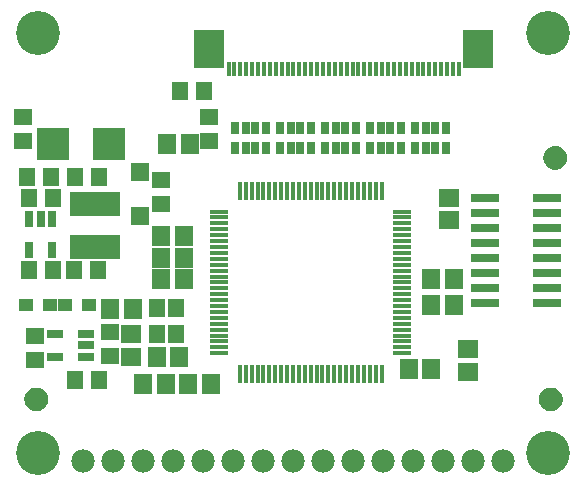
<source format=gbr>
G04 EAGLE Gerber RS-274X export*
G75*
%MOMM*%
%FSLAX34Y34*%
%LPD*%
%INSoldermask Top*%
%IPPOS*%
%AMOC8*
5,1,8,0,0,1.08239X$1,22.5*%
G01*
%ADD10R,0.300000X1.600000*%
%ADD11R,1.600000X0.300000*%
%ADD12R,1.503200X1.703200*%
%ADD13R,1.403200X1.603200*%
%ADD14R,1.703200X1.503200*%
%ADD15R,0.653200X1.103200*%
%ADD16R,2.503200X3.303200*%
%ADD17R,0.300000X1.150000*%
%ADD18R,0.753200X1.403200*%
%ADD19R,1.403200X1.503200*%
%ADD20R,4.203200X2.003200*%
%ADD21R,1.603200X1.603200*%
%ADD22R,1.503200X1.403200*%
%ADD23R,2.743200X2.743200*%
%ADD24R,1.403200X0.753200*%
%ADD25R,2.403200X0.803200*%
%ADD26C,3.719200*%
%ADD27C,1.981200*%
%ADD28R,1.203200X1.003200*%
%ADD29C,1.203200*%
%ADD30C,0.500000*%


D10*
X196460Y247680D03*
X201460Y247680D03*
X206460Y247680D03*
X211460Y247680D03*
X216460Y247680D03*
X221460Y247680D03*
X226460Y247680D03*
X231460Y247680D03*
X236460Y247680D03*
X241460Y247680D03*
X246460Y247680D03*
X251460Y247680D03*
X256460Y247680D03*
X261460Y247680D03*
X266460Y247680D03*
X271460Y247680D03*
X276460Y247680D03*
X281460Y247680D03*
X286460Y247680D03*
X291460Y247680D03*
X296460Y247680D03*
X301460Y247680D03*
X306460Y247680D03*
X311460Y247680D03*
X316460Y247680D03*
X196460Y92680D03*
X201460Y92680D03*
X206460Y92680D03*
X211460Y92680D03*
X216460Y92680D03*
X221460Y92680D03*
X226460Y92680D03*
X231460Y92680D03*
X236460Y92680D03*
X241460Y92680D03*
X246460Y92680D03*
X251460Y92680D03*
X256460Y92680D03*
X261460Y92680D03*
X266460Y92680D03*
X271460Y92680D03*
X276460Y92680D03*
X281460Y92680D03*
X286460Y92680D03*
X291460Y92680D03*
X296460Y92680D03*
X301460Y92680D03*
X306460Y92680D03*
X311460Y92680D03*
X316460Y92680D03*
D11*
X333960Y110180D03*
X333960Y115180D03*
X333960Y120180D03*
X333960Y125180D03*
X333960Y130180D03*
X333960Y135180D03*
X333960Y140180D03*
X333960Y145180D03*
X333960Y150180D03*
X333960Y155180D03*
X333960Y160180D03*
X333960Y165180D03*
X333960Y170180D03*
X333960Y175180D03*
X333960Y180180D03*
X333960Y185180D03*
X333960Y190180D03*
X333960Y195180D03*
X333960Y200180D03*
X333960Y205180D03*
X333960Y210180D03*
X333960Y215180D03*
X333960Y220180D03*
X333960Y225180D03*
X333960Y230180D03*
X178960Y230180D03*
X178960Y225180D03*
X178960Y220180D03*
X178960Y215180D03*
X178960Y210180D03*
X178960Y205180D03*
X178960Y200180D03*
X178960Y195180D03*
X178960Y190180D03*
X178960Y185180D03*
X178960Y180180D03*
X178960Y175180D03*
X178960Y170180D03*
X178960Y165180D03*
X178960Y160180D03*
X178960Y155180D03*
X178960Y150180D03*
X178960Y145180D03*
X178960Y140180D03*
X178960Y135180D03*
X178960Y130180D03*
X178960Y125180D03*
X178960Y120180D03*
X178960Y115180D03*
X178960Y110180D03*
D12*
X154200Y287020D03*
X135200Y287020D03*
D13*
X126540Y126160D03*
X126540Y148160D03*
X142540Y126160D03*
X142540Y148160D03*
D14*
X104060Y107340D03*
X104060Y126340D03*
D12*
X86940Y147320D03*
X105940Y147320D03*
X145310Y106680D03*
X126310Y106680D03*
D15*
X306960Y300600D03*
X306960Y283600D03*
X315960Y300600D03*
X323960Y300600D03*
X332960Y300600D03*
X332960Y283600D03*
X315960Y283600D03*
X323960Y283600D03*
X268860Y300600D03*
X268860Y283600D03*
X277860Y300600D03*
X285860Y300600D03*
X294860Y300600D03*
X294860Y283600D03*
X277860Y283600D03*
X285860Y283600D03*
X230760Y300600D03*
X230760Y283600D03*
X239760Y300600D03*
X247760Y300600D03*
X256760Y300600D03*
X256760Y283600D03*
X239760Y283600D03*
X247760Y283600D03*
X192660Y300600D03*
X192660Y283600D03*
X201660Y300600D03*
X209660Y300600D03*
X218660Y300600D03*
X218660Y283600D03*
X201660Y283600D03*
X209660Y283600D03*
X345060Y300600D03*
X345060Y283600D03*
X354060Y300600D03*
X362060Y300600D03*
X371060Y300600D03*
X371060Y283600D03*
X354060Y283600D03*
X362060Y283600D03*
D12*
X149120Y209550D03*
X130120Y209550D03*
X358720Y172720D03*
X377720Y172720D03*
X339670Y96520D03*
X358670Y96520D03*
X171980Y83820D03*
X152980Y83820D03*
D14*
X373300Y241910D03*
X373300Y222910D03*
D12*
X133880Y83820D03*
X114880Y83820D03*
X149120Y190500D03*
X130120Y190500D03*
X149120Y172720D03*
X130120Y172720D03*
X358720Y151130D03*
X377720Y151130D03*
D16*
X398400Y367520D03*
X170400Y367520D03*
D17*
X381900Y350520D03*
X376900Y350520D03*
X371900Y350520D03*
X366900Y350520D03*
X361900Y350520D03*
X356900Y350520D03*
X351900Y350520D03*
X346900Y350520D03*
X341900Y350520D03*
X336900Y350520D03*
X331900Y350520D03*
X326900Y350520D03*
X321900Y350520D03*
X316900Y350520D03*
X311900Y350520D03*
X306900Y350520D03*
X301900Y350520D03*
X296900Y350520D03*
X291900Y350520D03*
X286900Y350520D03*
X281900Y350520D03*
X276900Y350520D03*
X271900Y350520D03*
X266900Y350520D03*
X261900Y350520D03*
X256900Y350520D03*
X251900Y350520D03*
X246900Y350520D03*
X241900Y350520D03*
X236900Y350520D03*
X231900Y350520D03*
X226900Y350520D03*
X221900Y350520D03*
X216900Y350520D03*
X211900Y350520D03*
X206900Y350520D03*
X201900Y350520D03*
X196900Y350520D03*
X191900Y350520D03*
X186900Y350520D03*
D18*
X37360Y223821D03*
X27860Y223821D03*
X18360Y223821D03*
X18360Y197819D03*
X37360Y197819D03*
D19*
X55800Y180340D03*
X76120Y180340D03*
D20*
X73580Y200440D03*
X73580Y236440D03*
D21*
X111680Y263610D03*
X111680Y226610D03*
D19*
X38020Y241300D03*
X17700Y241300D03*
D22*
X129620Y256540D03*
X129620Y236220D03*
D19*
X57150Y259160D03*
X77470Y259160D03*
X17700Y180340D03*
X38020Y180340D03*
D23*
X85645Y287020D03*
X38655Y287020D03*
D22*
X170100Y309880D03*
X170100Y289560D03*
X22780Y104140D03*
X22780Y124460D03*
D19*
X165750Y331980D03*
X145430Y331980D03*
D24*
X66261Y107340D03*
X66261Y116840D03*
X66261Y126340D03*
X40259Y126340D03*
X40259Y107340D03*
D22*
X86280Y107950D03*
X86280Y128270D03*
D19*
X77390Y87630D03*
X57070Y87630D03*
D25*
X404450Y228600D03*
X456450Y203200D03*
X404450Y241300D03*
X404450Y215900D03*
X404450Y203200D03*
X456450Y215900D03*
X456450Y190500D03*
X456450Y177800D03*
X404450Y177800D03*
X456450Y152400D03*
X404450Y190500D03*
X404450Y165100D03*
X456450Y165100D03*
X404450Y152400D03*
X456450Y228600D03*
X456450Y241300D03*
D26*
X25400Y381000D03*
X457200Y381000D03*
X457200Y25400D03*
X25400Y25400D03*
D14*
X389810Y94640D03*
X389810Y113640D03*
D27*
X419100Y19050D03*
X393700Y19050D03*
X368300Y19050D03*
X342900Y19050D03*
X317500Y19050D03*
X292100Y19050D03*
X266700Y19050D03*
X241300Y19050D03*
X215900Y19050D03*
X190500Y19050D03*
X165100Y19050D03*
X139700Y19050D03*
X114300Y19050D03*
X88900Y19050D03*
X63500Y19050D03*
D28*
X48420Y151130D03*
X68420Y151130D03*
X35400Y151130D03*
X15400Y151130D03*
D19*
X16510Y259080D03*
X36830Y259080D03*
D29*
X24130Y71120D03*
D30*
X24130Y78620D02*
X23949Y78618D01*
X23768Y78611D01*
X23587Y78600D01*
X23406Y78585D01*
X23226Y78565D01*
X23046Y78541D01*
X22867Y78513D01*
X22689Y78480D01*
X22512Y78443D01*
X22335Y78402D01*
X22160Y78357D01*
X21985Y78307D01*
X21812Y78253D01*
X21641Y78195D01*
X21470Y78133D01*
X21302Y78066D01*
X21135Y77996D01*
X20969Y77922D01*
X20806Y77843D01*
X20645Y77761D01*
X20485Y77675D01*
X20328Y77585D01*
X20173Y77491D01*
X20020Y77394D01*
X19870Y77292D01*
X19722Y77188D01*
X19576Y77079D01*
X19434Y76968D01*
X19294Y76852D01*
X19157Y76734D01*
X19022Y76612D01*
X18891Y76487D01*
X18763Y76359D01*
X18638Y76228D01*
X18516Y76093D01*
X18398Y75956D01*
X18282Y75816D01*
X18171Y75674D01*
X18062Y75528D01*
X17958Y75380D01*
X17856Y75230D01*
X17759Y75077D01*
X17665Y74922D01*
X17575Y74765D01*
X17489Y74605D01*
X17407Y74444D01*
X17328Y74281D01*
X17254Y74115D01*
X17184Y73948D01*
X17117Y73780D01*
X17055Y73609D01*
X16997Y73438D01*
X16943Y73265D01*
X16893Y73090D01*
X16848Y72915D01*
X16807Y72738D01*
X16770Y72561D01*
X16737Y72383D01*
X16709Y72204D01*
X16685Y72024D01*
X16665Y71844D01*
X16650Y71663D01*
X16639Y71482D01*
X16632Y71301D01*
X16630Y71120D01*
X24130Y78620D02*
X24311Y78618D01*
X24492Y78611D01*
X24673Y78600D01*
X24854Y78585D01*
X25034Y78565D01*
X25214Y78541D01*
X25393Y78513D01*
X25571Y78480D01*
X25748Y78443D01*
X25925Y78402D01*
X26100Y78357D01*
X26275Y78307D01*
X26448Y78253D01*
X26619Y78195D01*
X26790Y78133D01*
X26958Y78066D01*
X27125Y77996D01*
X27291Y77922D01*
X27454Y77843D01*
X27615Y77761D01*
X27775Y77675D01*
X27932Y77585D01*
X28087Y77491D01*
X28240Y77394D01*
X28390Y77292D01*
X28538Y77188D01*
X28684Y77079D01*
X28826Y76968D01*
X28966Y76852D01*
X29103Y76734D01*
X29238Y76612D01*
X29369Y76487D01*
X29497Y76359D01*
X29622Y76228D01*
X29744Y76093D01*
X29862Y75956D01*
X29978Y75816D01*
X30089Y75674D01*
X30198Y75528D01*
X30302Y75380D01*
X30404Y75230D01*
X30501Y75077D01*
X30595Y74922D01*
X30685Y74765D01*
X30771Y74605D01*
X30853Y74444D01*
X30932Y74281D01*
X31006Y74115D01*
X31076Y73948D01*
X31143Y73780D01*
X31205Y73609D01*
X31263Y73438D01*
X31317Y73265D01*
X31367Y73090D01*
X31412Y72915D01*
X31453Y72738D01*
X31490Y72561D01*
X31523Y72383D01*
X31551Y72204D01*
X31575Y72024D01*
X31595Y71844D01*
X31610Y71663D01*
X31621Y71482D01*
X31628Y71301D01*
X31630Y71120D01*
X31628Y70939D01*
X31621Y70758D01*
X31610Y70577D01*
X31595Y70396D01*
X31575Y70216D01*
X31551Y70036D01*
X31523Y69857D01*
X31490Y69679D01*
X31453Y69502D01*
X31412Y69325D01*
X31367Y69150D01*
X31317Y68975D01*
X31263Y68802D01*
X31205Y68631D01*
X31143Y68460D01*
X31076Y68292D01*
X31006Y68125D01*
X30932Y67959D01*
X30853Y67796D01*
X30771Y67635D01*
X30685Y67475D01*
X30595Y67318D01*
X30501Y67163D01*
X30404Y67010D01*
X30302Y66860D01*
X30198Y66712D01*
X30089Y66566D01*
X29978Y66424D01*
X29862Y66284D01*
X29744Y66147D01*
X29622Y66012D01*
X29497Y65881D01*
X29369Y65753D01*
X29238Y65628D01*
X29103Y65506D01*
X28966Y65388D01*
X28826Y65272D01*
X28684Y65161D01*
X28538Y65052D01*
X28390Y64948D01*
X28240Y64846D01*
X28087Y64749D01*
X27932Y64655D01*
X27775Y64565D01*
X27615Y64479D01*
X27454Y64397D01*
X27291Y64318D01*
X27125Y64244D01*
X26958Y64174D01*
X26790Y64107D01*
X26619Y64045D01*
X26448Y63987D01*
X26275Y63933D01*
X26100Y63883D01*
X25925Y63838D01*
X25748Y63797D01*
X25571Y63760D01*
X25393Y63727D01*
X25214Y63699D01*
X25034Y63675D01*
X24854Y63655D01*
X24673Y63640D01*
X24492Y63629D01*
X24311Y63622D01*
X24130Y63620D01*
X23949Y63622D01*
X23768Y63629D01*
X23587Y63640D01*
X23406Y63655D01*
X23226Y63675D01*
X23046Y63699D01*
X22867Y63727D01*
X22689Y63760D01*
X22512Y63797D01*
X22335Y63838D01*
X22160Y63883D01*
X21985Y63933D01*
X21812Y63987D01*
X21641Y64045D01*
X21470Y64107D01*
X21302Y64174D01*
X21135Y64244D01*
X20969Y64318D01*
X20806Y64397D01*
X20645Y64479D01*
X20485Y64565D01*
X20328Y64655D01*
X20173Y64749D01*
X20020Y64846D01*
X19870Y64948D01*
X19722Y65052D01*
X19576Y65161D01*
X19434Y65272D01*
X19294Y65388D01*
X19157Y65506D01*
X19022Y65628D01*
X18891Y65753D01*
X18763Y65881D01*
X18638Y66012D01*
X18516Y66147D01*
X18398Y66284D01*
X18282Y66424D01*
X18171Y66566D01*
X18062Y66712D01*
X17958Y66860D01*
X17856Y67010D01*
X17759Y67163D01*
X17665Y67318D01*
X17575Y67475D01*
X17489Y67635D01*
X17407Y67796D01*
X17328Y67959D01*
X17254Y68125D01*
X17184Y68292D01*
X17117Y68460D01*
X17055Y68631D01*
X16997Y68802D01*
X16943Y68975D01*
X16893Y69150D01*
X16848Y69325D01*
X16807Y69502D01*
X16770Y69679D01*
X16737Y69857D01*
X16709Y70036D01*
X16685Y70216D01*
X16665Y70396D01*
X16650Y70577D01*
X16639Y70758D01*
X16632Y70939D01*
X16630Y71120D01*
D29*
X459740Y71120D03*
D30*
X459740Y78620D02*
X459559Y78618D01*
X459378Y78611D01*
X459197Y78600D01*
X459016Y78585D01*
X458836Y78565D01*
X458656Y78541D01*
X458477Y78513D01*
X458299Y78480D01*
X458122Y78443D01*
X457945Y78402D01*
X457770Y78357D01*
X457595Y78307D01*
X457422Y78253D01*
X457251Y78195D01*
X457080Y78133D01*
X456912Y78066D01*
X456745Y77996D01*
X456579Y77922D01*
X456416Y77843D01*
X456255Y77761D01*
X456095Y77675D01*
X455938Y77585D01*
X455783Y77491D01*
X455630Y77394D01*
X455480Y77292D01*
X455332Y77188D01*
X455186Y77079D01*
X455044Y76968D01*
X454904Y76852D01*
X454767Y76734D01*
X454632Y76612D01*
X454501Y76487D01*
X454373Y76359D01*
X454248Y76228D01*
X454126Y76093D01*
X454008Y75956D01*
X453892Y75816D01*
X453781Y75674D01*
X453672Y75528D01*
X453568Y75380D01*
X453466Y75230D01*
X453369Y75077D01*
X453275Y74922D01*
X453185Y74765D01*
X453099Y74605D01*
X453017Y74444D01*
X452938Y74281D01*
X452864Y74115D01*
X452794Y73948D01*
X452727Y73780D01*
X452665Y73609D01*
X452607Y73438D01*
X452553Y73265D01*
X452503Y73090D01*
X452458Y72915D01*
X452417Y72738D01*
X452380Y72561D01*
X452347Y72383D01*
X452319Y72204D01*
X452295Y72024D01*
X452275Y71844D01*
X452260Y71663D01*
X452249Y71482D01*
X452242Y71301D01*
X452240Y71120D01*
X459740Y78620D02*
X459921Y78618D01*
X460102Y78611D01*
X460283Y78600D01*
X460464Y78585D01*
X460644Y78565D01*
X460824Y78541D01*
X461003Y78513D01*
X461181Y78480D01*
X461358Y78443D01*
X461535Y78402D01*
X461710Y78357D01*
X461885Y78307D01*
X462058Y78253D01*
X462229Y78195D01*
X462400Y78133D01*
X462568Y78066D01*
X462735Y77996D01*
X462901Y77922D01*
X463064Y77843D01*
X463225Y77761D01*
X463385Y77675D01*
X463542Y77585D01*
X463697Y77491D01*
X463850Y77394D01*
X464000Y77292D01*
X464148Y77188D01*
X464294Y77079D01*
X464436Y76968D01*
X464576Y76852D01*
X464713Y76734D01*
X464848Y76612D01*
X464979Y76487D01*
X465107Y76359D01*
X465232Y76228D01*
X465354Y76093D01*
X465472Y75956D01*
X465588Y75816D01*
X465699Y75674D01*
X465808Y75528D01*
X465912Y75380D01*
X466014Y75230D01*
X466111Y75077D01*
X466205Y74922D01*
X466295Y74765D01*
X466381Y74605D01*
X466463Y74444D01*
X466542Y74281D01*
X466616Y74115D01*
X466686Y73948D01*
X466753Y73780D01*
X466815Y73609D01*
X466873Y73438D01*
X466927Y73265D01*
X466977Y73090D01*
X467022Y72915D01*
X467063Y72738D01*
X467100Y72561D01*
X467133Y72383D01*
X467161Y72204D01*
X467185Y72024D01*
X467205Y71844D01*
X467220Y71663D01*
X467231Y71482D01*
X467238Y71301D01*
X467240Y71120D01*
X467238Y70939D01*
X467231Y70758D01*
X467220Y70577D01*
X467205Y70396D01*
X467185Y70216D01*
X467161Y70036D01*
X467133Y69857D01*
X467100Y69679D01*
X467063Y69502D01*
X467022Y69325D01*
X466977Y69150D01*
X466927Y68975D01*
X466873Y68802D01*
X466815Y68631D01*
X466753Y68460D01*
X466686Y68292D01*
X466616Y68125D01*
X466542Y67959D01*
X466463Y67796D01*
X466381Y67635D01*
X466295Y67475D01*
X466205Y67318D01*
X466111Y67163D01*
X466014Y67010D01*
X465912Y66860D01*
X465808Y66712D01*
X465699Y66566D01*
X465588Y66424D01*
X465472Y66284D01*
X465354Y66147D01*
X465232Y66012D01*
X465107Y65881D01*
X464979Y65753D01*
X464848Y65628D01*
X464713Y65506D01*
X464576Y65388D01*
X464436Y65272D01*
X464294Y65161D01*
X464148Y65052D01*
X464000Y64948D01*
X463850Y64846D01*
X463697Y64749D01*
X463542Y64655D01*
X463385Y64565D01*
X463225Y64479D01*
X463064Y64397D01*
X462901Y64318D01*
X462735Y64244D01*
X462568Y64174D01*
X462400Y64107D01*
X462229Y64045D01*
X462058Y63987D01*
X461885Y63933D01*
X461710Y63883D01*
X461535Y63838D01*
X461358Y63797D01*
X461181Y63760D01*
X461003Y63727D01*
X460824Y63699D01*
X460644Y63675D01*
X460464Y63655D01*
X460283Y63640D01*
X460102Y63629D01*
X459921Y63622D01*
X459740Y63620D01*
X459559Y63622D01*
X459378Y63629D01*
X459197Y63640D01*
X459016Y63655D01*
X458836Y63675D01*
X458656Y63699D01*
X458477Y63727D01*
X458299Y63760D01*
X458122Y63797D01*
X457945Y63838D01*
X457770Y63883D01*
X457595Y63933D01*
X457422Y63987D01*
X457251Y64045D01*
X457080Y64107D01*
X456912Y64174D01*
X456745Y64244D01*
X456579Y64318D01*
X456416Y64397D01*
X456255Y64479D01*
X456095Y64565D01*
X455938Y64655D01*
X455783Y64749D01*
X455630Y64846D01*
X455480Y64948D01*
X455332Y65052D01*
X455186Y65161D01*
X455044Y65272D01*
X454904Y65388D01*
X454767Y65506D01*
X454632Y65628D01*
X454501Y65753D01*
X454373Y65881D01*
X454248Y66012D01*
X454126Y66147D01*
X454008Y66284D01*
X453892Y66424D01*
X453781Y66566D01*
X453672Y66712D01*
X453568Y66860D01*
X453466Y67010D01*
X453369Y67163D01*
X453275Y67318D01*
X453185Y67475D01*
X453099Y67635D01*
X453017Y67796D01*
X452938Y67959D01*
X452864Y68125D01*
X452794Y68292D01*
X452727Y68460D01*
X452665Y68631D01*
X452607Y68802D01*
X452553Y68975D01*
X452503Y69150D01*
X452458Y69325D01*
X452417Y69502D01*
X452380Y69679D01*
X452347Y69857D01*
X452319Y70036D01*
X452295Y70216D01*
X452275Y70396D01*
X452260Y70577D01*
X452249Y70758D01*
X452242Y70939D01*
X452240Y71120D01*
D29*
X463550Y275590D03*
D30*
X463550Y283090D02*
X463369Y283088D01*
X463188Y283081D01*
X463007Y283070D01*
X462826Y283055D01*
X462646Y283035D01*
X462466Y283011D01*
X462287Y282983D01*
X462109Y282950D01*
X461932Y282913D01*
X461755Y282872D01*
X461580Y282827D01*
X461405Y282777D01*
X461232Y282723D01*
X461061Y282665D01*
X460890Y282603D01*
X460722Y282536D01*
X460555Y282466D01*
X460389Y282392D01*
X460226Y282313D01*
X460065Y282231D01*
X459905Y282145D01*
X459748Y282055D01*
X459593Y281961D01*
X459440Y281864D01*
X459290Y281762D01*
X459142Y281658D01*
X458996Y281549D01*
X458854Y281438D01*
X458714Y281322D01*
X458577Y281204D01*
X458442Y281082D01*
X458311Y280957D01*
X458183Y280829D01*
X458058Y280698D01*
X457936Y280563D01*
X457818Y280426D01*
X457702Y280286D01*
X457591Y280144D01*
X457482Y279998D01*
X457378Y279850D01*
X457276Y279700D01*
X457179Y279547D01*
X457085Y279392D01*
X456995Y279235D01*
X456909Y279075D01*
X456827Y278914D01*
X456748Y278751D01*
X456674Y278585D01*
X456604Y278418D01*
X456537Y278250D01*
X456475Y278079D01*
X456417Y277908D01*
X456363Y277735D01*
X456313Y277560D01*
X456268Y277385D01*
X456227Y277208D01*
X456190Y277031D01*
X456157Y276853D01*
X456129Y276674D01*
X456105Y276494D01*
X456085Y276314D01*
X456070Y276133D01*
X456059Y275952D01*
X456052Y275771D01*
X456050Y275590D01*
X463550Y283090D02*
X463731Y283088D01*
X463912Y283081D01*
X464093Y283070D01*
X464274Y283055D01*
X464454Y283035D01*
X464634Y283011D01*
X464813Y282983D01*
X464991Y282950D01*
X465168Y282913D01*
X465345Y282872D01*
X465520Y282827D01*
X465695Y282777D01*
X465868Y282723D01*
X466039Y282665D01*
X466210Y282603D01*
X466378Y282536D01*
X466545Y282466D01*
X466711Y282392D01*
X466874Y282313D01*
X467035Y282231D01*
X467195Y282145D01*
X467352Y282055D01*
X467507Y281961D01*
X467660Y281864D01*
X467810Y281762D01*
X467958Y281658D01*
X468104Y281549D01*
X468246Y281438D01*
X468386Y281322D01*
X468523Y281204D01*
X468658Y281082D01*
X468789Y280957D01*
X468917Y280829D01*
X469042Y280698D01*
X469164Y280563D01*
X469282Y280426D01*
X469398Y280286D01*
X469509Y280144D01*
X469618Y279998D01*
X469722Y279850D01*
X469824Y279700D01*
X469921Y279547D01*
X470015Y279392D01*
X470105Y279235D01*
X470191Y279075D01*
X470273Y278914D01*
X470352Y278751D01*
X470426Y278585D01*
X470496Y278418D01*
X470563Y278250D01*
X470625Y278079D01*
X470683Y277908D01*
X470737Y277735D01*
X470787Y277560D01*
X470832Y277385D01*
X470873Y277208D01*
X470910Y277031D01*
X470943Y276853D01*
X470971Y276674D01*
X470995Y276494D01*
X471015Y276314D01*
X471030Y276133D01*
X471041Y275952D01*
X471048Y275771D01*
X471050Y275590D01*
X471048Y275409D01*
X471041Y275228D01*
X471030Y275047D01*
X471015Y274866D01*
X470995Y274686D01*
X470971Y274506D01*
X470943Y274327D01*
X470910Y274149D01*
X470873Y273972D01*
X470832Y273795D01*
X470787Y273620D01*
X470737Y273445D01*
X470683Y273272D01*
X470625Y273101D01*
X470563Y272930D01*
X470496Y272762D01*
X470426Y272595D01*
X470352Y272429D01*
X470273Y272266D01*
X470191Y272105D01*
X470105Y271945D01*
X470015Y271788D01*
X469921Y271633D01*
X469824Y271480D01*
X469722Y271330D01*
X469618Y271182D01*
X469509Y271036D01*
X469398Y270894D01*
X469282Y270754D01*
X469164Y270617D01*
X469042Y270482D01*
X468917Y270351D01*
X468789Y270223D01*
X468658Y270098D01*
X468523Y269976D01*
X468386Y269858D01*
X468246Y269742D01*
X468104Y269631D01*
X467958Y269522D01*
X467810Y269418D01*
X467660Y269316D01*
X467507Y269219D01*
X467352Y269125D01*
X467195Y269035D01*
X467035Y268949D01*
X466874Y268867D01*
X466711Y268788D01*
X466545Y268714D01*
X466378Y268644D01*
X466210Y268577D01*
X466039Y268515D01*
X465868Y268457D01*
X465695Y268403D01*
X465520Y268353D01*
X465345Y268308D01*
X465168Y268267D01*
X464991Y268230D01*
X464813Y268197D01*
X464634Y268169D01*
X464454Y268145D01*
X464274Y268125D01*
X464093Y268110D01*
X463912Y268099D01*
X463731Y268092D01*
X463550Y268090D01*
X463369Y268092D01*
X463188Y268099D01*
X463007Y268110D01*
X462826Y268125D01*
X462646Y268145D01*
X462466Y268169D01*
X462287Y268197D01*
X462109Y268230D01*
X461932Y268267D01*
X461755Y268308D01*
X461580Y268353D01*
X461405Y268403D01*
X461232Y268457D01*
X461061Y268515D01*
X460890Y268577D01*
X460722Y268644D01*
X460555Y268714D01*
X460389Y268788D01*
X460226Y268867D01*
X460065Y268949D01*
X459905Y269035D01*
X459748Y269125D01*
X459593Y269219D01*
X459440Y269316D01*
X459290Y269418D01*
X459142Y269522D01*
X458996Y269631D01*
X458854Y269742D01*
X458714Y269858D01*
X458577Y269976D01*
X458442Y270098D01*
X458311Y270223D01*
X458183Y270351D01*
X458058Y270482D01*
X457936Y270617D01*
X457818Y270754D01*
X457702Y270894D01*
X457591Y271036D01*
X457482Y271182D01*
X457378Y271330D01*
X457276Y271480D01*
X457179Y271633D01*
X457085Y271788D01*
X456995Y271945D01*
X456909Y272105D01*
X456827Y272266D01*
X456748Y272429D01*
X456674Y272595D01*
X456604Y272762D01*
X456537Y272930D01*
X456475Y273101D01*
X456417Y273272D01*
X456363Y273445D01*
X456313Y273620D01*
X456268Y273795D01*
X456227Y273972D01*
X456190Y274149D01*
X456157Y274327D01*
X456129Y274506D01*
X456105Y274686D01*
X456085Y274866D01*
X456070Y275047D01*
X456059Y275228D01*
X456052Y275409D01*
X456050Y275590D01*
D22*
X12700Y289560D03*
X12700Y309880D03*
M02*

</source>
